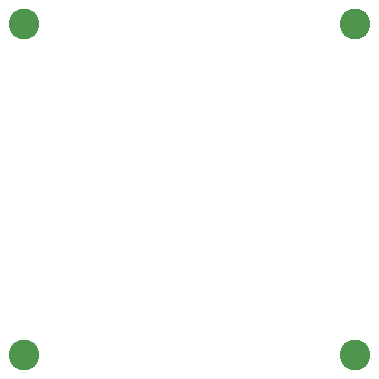
<source format=gbr>
%TF.GenerationSoftware,KiCad,Pcbnew,(6.0.7)*%
%TF.CreationDate,2022-10-21T23:46:11+08:00*%
%TF.ProjectId,pcb_middle,7063625f-6d69-4646-946c-652e6b696361,rev?*%
%TF.SameCoordinates,Original*%
%TF.FileFunction,Soldermask,Bot*%
%TF.FilePolarity,Negative*%
%FSLAX46Y46*%
G04 Gerber Fmt 4.6, Leading zero omitted, Abs format (unit mm)*
G04 Created by KiCad (PCBNEW (6.0.7)) date 2022-10-21 23:46:11*
%MOMM*%
%LPD*%
G01*
G04 APERTURE LIST*
%ADD10C,2.600000*%
G04 APERTURE END LIST*
D10*
%TO.C,H1*%
X14000000Y14000001D03*
%TD*%
%TO.C,H3*%
X-14000000Y-14000001D03*
%TD*%
%TO.C,H4*%
X-14000001Y14000000D03*
%TD*%
%TO.C,H2*%
X14000001Y-14000000D03*
%TD*%
M02*

</source>
